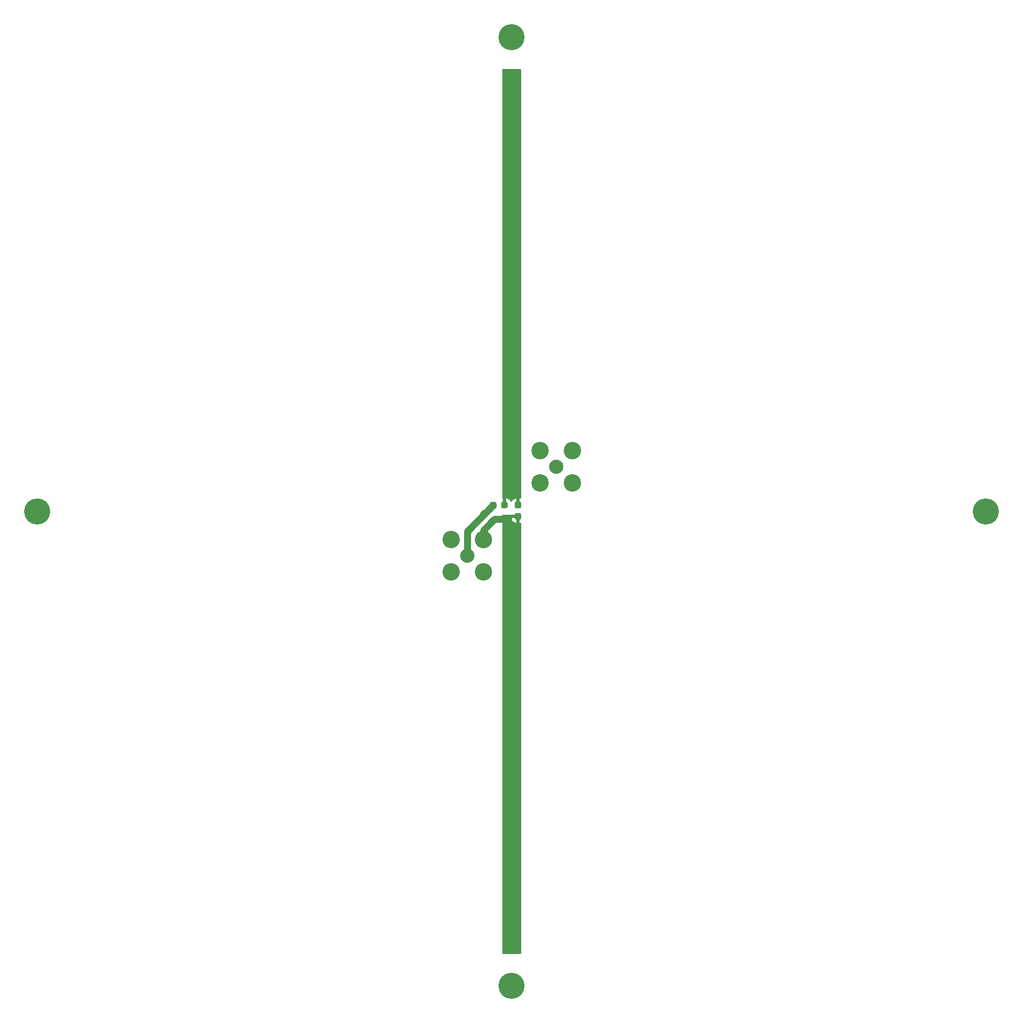
<source format=gbr>
%TF.GenerationSoftware,KiCad,Pcbnew,6.0.9+dfsg-1*%
%TF.CreationDate,2022-11-12T19:52:31+00:00*%
%TF.ProjectId,antenna,616e7465-6e6e-4612-9e6b-696361645f70,rev?*%
%TF.SameCoordinates,Original*%
%TF.FileFunction,Copper,L2,Bot*%
%TF.FilePolarity,Positive*%
%FSLAX46Y46*%
G04 Gerber Fmt 4.6, Leading zero omitted, Abs format (unit mm)*
G04 Created by KiCad (PCBNEW 6.0.9+dfsg-1) date 2022-11-12 19:52:31*
%MOMM*%
%LPD*%
G01*
G04 APERTURE LIST*
G04 Aperture macros list*
%AMRoundRect*
0 Rectangle with rounded corners*
0 $1 Rounding radius*
0 $2 $3 $4 $5 $6 $7 $8 $9 X,Y pos of 4 corners*
0 Add a 4 corners polygon primitive as box body*
4,1,4,$2,$3,$4,$5,$6,$7,$8,$9,$2,$3,0*
0 Add four circle primitives for the rounded corners*
1,1,$1+$1,$2,$3*
1,1,$1+$1,$4,$5*
1,1,$1+$1,$6,$7*
1,1,$1+$1,$8,$9*
0 Add four rect primitives between the rounded corners*
20,1,$1+$1,$2,$3,$4,$5,0*
20,1,$1+$1,$4,$5,$6,$7,0*
20,1,$1+$1,$6,$7,$8,$9,0*
20,1,$1+$1,$8,$9,$2,$3,0*%
G04 Aperture macros list end*
%TA.AperFunction,WasherPad*%
%ADD10C,2.740000*%
%TD*%
%TA.AperFunction,ComponentPad*%
%ADD11C,2.240000*%
%TD*%
%TA.AperFunction,ComponentPad*%
%ADD12C,2.740000*%
%TD*%
%TA.AperFunction,ComponentPad*%
%ADD13C,4.100000*%
%TD*%
%TA.AperFunction,SMDPad,CuDef*%
%ADD14RoundRect,0.237500X0.287500X0.237500X-0.287500X0.237500X-0.287500X-0.237500X0.287500X-0.237500X0*%
%TD*%
%TA.AperFunction,SMDPad,CuDef*%
%ADD15RoundRect,0.237500X-0.237500X0.300000X-0.237500X-0.300000X0.237500X-0.300000X0.237500X0.300000X0*%
%TD*%
%TA.AperFunction,SMDPad,CuDef*%
%ADD16RoundRect,0.237500X-0.380070X0.044194X0.044194X-0.380070X0.380070X-0.044194X-0.044194X0.380070X0*%
%TD*%
%TA.AperFunction,Conductor*%
%ADD17C,1.090000*%
%TD*%
G04 APERTURE END LIST*
D10*
X125460000Y-112960000D03*
X125460000Y-118040000D03*
X130540000Y-118040000D03*
D11*
X128000000Y-115500000D03*
D12*
X130540000Y-112960000D03*
D10*
X139460000Y-98960000D03*
X144540000Y-104040000D03*
X144540000Y-98960000D03*
D11*
X142000000Y-101500000D03*
D12*
X139460000Y-104040000D03*
D13*
X135000000Y-183000000D03*
X60500000Y-108500000D03*
X135000000Y-34000000D03*
X209500000Y-108500000D03*
D14*
X133875000Y-107500000D03*
X132125000Y-107500000D03*
D15*
X136000000Y-107525000D03*
X136000000Y-109250000D03*
D16*
X130640120Y-108890120D03*
X131859880Y-110109880D03*
D17*
X128000000Y-111625000D02*
X132125000Y-107500000D01*
X128000000Y-115500000D02*
X128000000Y-111625000D01*
X130540000Y-112960000D02*
X130540000Y-111460000D01*
X132250000Y-109750000D02*
X134250000Y-109750000D01*
X130540000Y-111460000D02*
X132250000Y-109750000D01*
%TA.AperFunction,Conductor*%
G36*
X136442121Y-39020002D02*
G01*
X136488614Y-39073658D01*
X136500000Y-39126000D01*
X136500000Y-106361751D01*
X136479998Y-106429872D01*
X136426342Y-106476365D01*
X136361157Y-106487095D01*
X136290230Y-106479828D01*
X136283815Y-106479500D01*
X136272115Y-106479500D01*
X136256876Y-106483975D01*
X136255671Y-106485365D01*
X136254000Y-106493048D01*
X136254000Y-107653000D01*
X136233998Y-107721121D01*
X136180342Y-107767614D01*
X136128000Y-107779000D01*
X135872000Y-107779000D01*
X135803879Y-107758998D01*
X135757386Y-107705342D01*
X135746000Y-107653000D01*
X135746000Y-106497615D01*
X135741525Y-106482376D01*
X135740135Y-106481171D01*
X135732452Y-106479500D01*
X135716234Y-106479500D01*
X135709718Y-106479837D01*
X135615868Y-106489575D01*
X135602472Y-106492468D01*
X135451047Y-106542988D01*
X135437885Y-106549153D01*
X135302508Y-106632926D01*
X135291110Y-106641960D01*
X135178637Y-106754629D01*
X135169625Y-106766040D01*
X135086088Y-106901563D01*
X135079943Y-106914742D01*
X135074850Y-106930097D01*
X135034420Y-106988457D01*
X134968856Y-107015695D01*
X134898975Y-107003162D01*
X134846962Y-106954838D01*
X134841157Y-106943884D01*
X134838346Y-106937884D01*
X134754574Y-106802508D01*
X134745540Y-106791110D01*
X134632871Y-106678637D01*
X134621460Y-106669625D01*
X134485937Y-106586088D01*
X134472759Y-106579944D01*
X134321234Y-106529685D01*
X134307868Y-106526819D01*
X134215230Y-106517328D01*
X134208815Y-106517000D01*
X134147115Y-106517000D01*
X134131876Y-106521475D01*
X134130671Y-106522865D01*
X134129000Y-106530548D01*
X134129000Y-107628000D01*
X134108998Y-107696121D01*
X134055342Y-107742614D01*
X134003000Y-107754000D01*
X133747000Y-107754000D01*
X133678879Y-107733998D01*
X133632386Y-107680342D01*
X133621000Y-107628000D01*
X133621000Y-106535115D01*
X133616525Y-106519876D01*
X133615135Y-106518671D01*
X133599218Y-106515209D01*
X133536906Y-106481185D01*
X133502880Y-106418873D01*
X133500000Y-106392088D01*
X133500000Y-39126000D01*
X133520002Y-39057879D01*
X133573658Y-39011386D01*
X133626000Y-39000000D01*
X136374000Y-39000000D01*
X136442121Y-39020002D01*
G37*
%TD.AperFunction*%
%TA.AperFunction,Conductor*%
G36*
X136196121Y-109016002D02*
G01*
X136242614Y-109069658D01*
X136254000Y-109122000D01*
X136254000Y-110277385D01*
X136258475Y-110292624D01*
X136259865Y-110293829D01*
X136267548Y-110295500D01*
X136283766Y-110295500D01*
X136290280Y-110295163D01*
X136360995Y-110287825D01*
X136430817Y-110300689D01*
X136482599Y-110349260D01*
X136500000Y-110413152D01*
X136500000Y-177874000D01*
X136479998Y-177942121D01*
X136426342Y-177988614D01*
X136374000Y-178000000D01*
X133626000Y-178000000D01*
X133557879Y-177979998D01*
X133511386Y-177926342D01*
X133500000Y-177874000D01*
X133500000Y-109596266D01*
X135017000Y-109596266D01*
X135017337Y-109602782D01*
X135027075Y-109696632D01*
X135029968Y-109710028D01*
X135080488Y-109861453D01*
X135086653Y-109874615D01*
X135170426Y-110009992D01*
X135179460Y-110021390D01*
X135292129Y-110133863D01*
X135303540Y-110142875D01*
X135439063Y-110226412D01*
X135452241Y-110232556D01*
X135603766Y-110282815D01*
X135617132Y-110285681D01*
X135709770Y-110295172D01*
X135716185Y-110295500D01*
X135727885Y-110295500D01*
X135743124Y-110291025D01*
X135744329Y-110289635D01*
X135746000Y-110281952D01*
X135746000Y-109522115D01*
X135741525Y-109506876D01*
X135740135Y-109505671D01*
X135732452Y-109504000D01*
X135035115Y-109504000D01*
X135019876Y-109508475D01*
X135018671Y-109509865D01*
X135017000Y-109517548D01*
X135017000Y-109596266D01*
X133500000Y-109596266D01*
X133500000Y-109126000D01*
X133520002Y-109057879D01*
X133573658Y-109011386D01*
X133626000Y-109000000D01*
X136141623Y-109000000D01*
X136196121Y-109016002D01*
G37*
%TD.AperFunction*%
M02*

</source>
